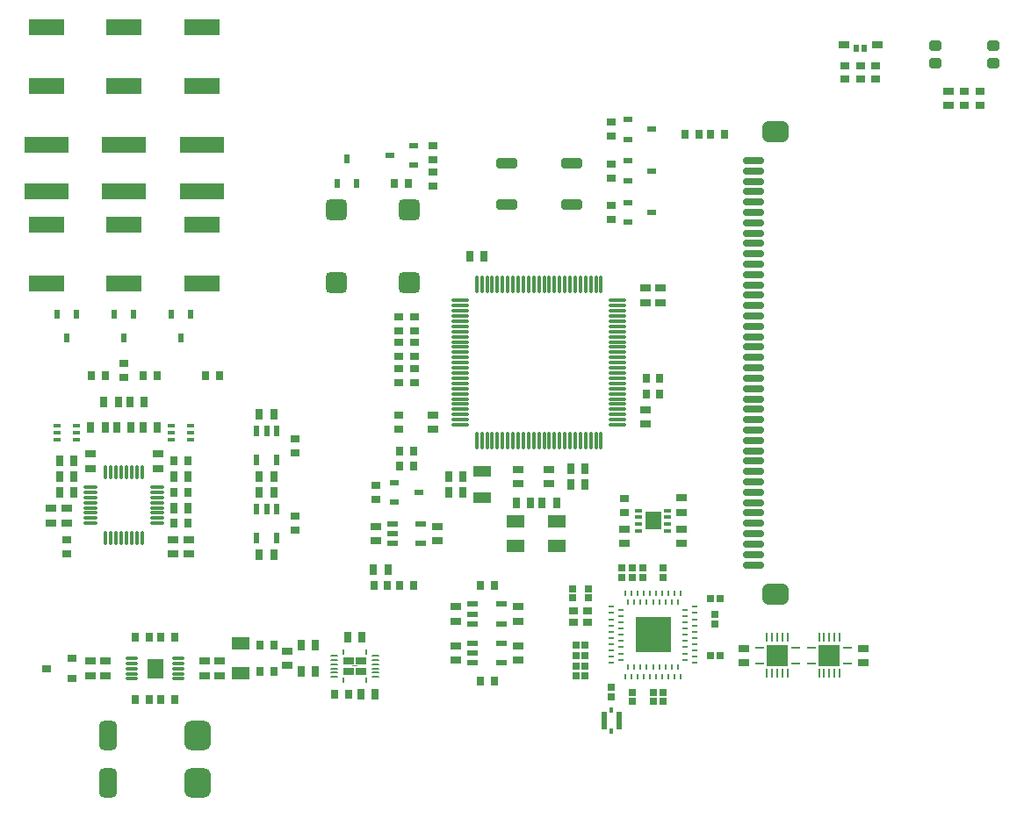
<source format=gtp>
G04 Layer_Color=8421504*
%FSLAX25Y25*%
%MOIN*%
G70*
G01*
G75*
%ADD11R,0.03150X0.01575*%
G04:AMPARAMS|DCode=12|XSize=110.24mil|YSize=66.93mil|CornerRadius=16.73mil|HoleSize=0mil|Usage=FLASHONLY|Rotation=90.000|XOffset=0mil|YOffset=0mil|HoleType=Round|Shape=RoundedRectangle|*
%AMROUNDEDRECTD12*
21,1,0.11024,0.03347,0,0,90.0*
21,1,0.07677,0.06693,0,0,90.0*
1,1,0.03346,0.01673,0.03839*
1,1,0.03346,0.01673,-0.03839*
1,1,0.03346,-0.01673,-0.03839*
1,1,0.03346,-0.01673,0.03839*
%
%ADD12ROUNDEDRECTD12*%
G04:AMPARAMS|DCode=13|XSize=110.24mil|YSize=102.36mil|CornerRadius=25.59mil|HoleSize=0mil|Usage=FLASHONLY|Rotation=90.000|XOffset=0mil|YOffset=0mil|HoleType=Round|Shape=RoundedRectangle|*
%AMROUNDEDRECTD13*
21,1,0.11024,0.05118,0,0,90.0*
21,1,0.05906,0.10236,0,0,90.0*
1,1,0.05118,0.02559,0.02953*
1,1,0.05118,0.02559,-0.02953*
1,1,0.05118,-0.02559,-0.02953*
1,1,0.05118,-0.02559,0.02953*
%
%ADD13ROUNDEDRECTD13*%
%ADD14R,0.13386X0.06496*%
%ADD15R,0.16535X0.05906*%
%ADD16R,0.02362X0.03543*%
%ADD20R,0.07087X0.04724*%
%ADD21O,0.03543X0.00984*%
%ADD22O,0.00984X0.03543*%
%ADD23R,0.08071X0.08071*%
%ADD24R,0.03937X0.02835*%
%ADD25R,0.02835X0.03937*%
%ADD26O,0.02559X0.00787*%
%ADD27O,0.00787X0.02559*%
%ADD28R,0.13386X0.13386*%
%ADD29R,0.06181X0.07402*%
%ADD30O,0.05315X0.01181*%
%ADD33R,0.02520X0.02520*%
%ADD34R,0.03347X0.02953*%
%ADD35R,0.02520X0.02520*%
%ADD36R,0.02362X0.06890*%
%ADD37R,0.01575X0.02362*%
%ADD38R,0.03740X0.02559*%
G04:AMPARAMS|DCode=39|XSize=47.24mil|YSize=39.37mil|CornerRadius=9.84mil|HoleSize=0mil|Usage=FLASHONLY|Rotation=180.000|XOffset=0mil|YOffset=0mil|HoleType=Round|Shape=RoundedRectangle|*
%AMROUNDEDRECTD39*
21,1,0.04724,0.01969,0,0,180.0*
21,1,0.02756,0.03937,0,0,180.0*
1,1,0.01969,-0.01378,0.00984*
1,1,0.01969,0.01378,0.00984*
1,1,0.01969,0.01378,-0.00984*
1,1,0.01969,-0.01378,-0.00984*
%
%ADD39ROUNDEDRECTD39*%
%ADD41R,0.07087X0.03937*%
%ADD42R,0.05906X0.06890*%
%ADD43R,0.03937X0.02362*%
%ADD44O,0.01181X0.05512*%
%ADD45O,0.05512X0.01181*%
G04:AMPARAMS|DCode=46|XSize=78.74mil|YSize=39.37mil|CornerRadius=9.84mil|HoleSize=0mil|Usage=FLASHONLY|Rotation=180.000|XOffset=0mil|YOffset=0mil|HoleType=Round|Shape=RoundedRectangle|*
%AMROUNDEDRECTD46*
21,1,0.07874,0.01969,0,0,180.0*
21,1,0.05906,0.03937,0,0,180.0*
1,1,0.01969,-0.02953,0.00984*
1,1,0.01969,0.02953,0.00984*
1,1,0.01969,0.02953,-0.00984*
1,1,0.01969,-0.02953,-0.00984*
%
%ADD46ROUNDEDRECTD46*%
%ADD47R,0.07087X0.04921*%
%ADD48R,0.03543X0.02362*%
%ADD49R,0.03740X0.02559*%
G04:AMPARAMS|DCode=50|XSize=78.74mil|YSize=98.43mil|CornerRadius=19.69mil|HoleSize=0mil|Usage=FLASHONLY|Rotation=270.000|XOffset=0mil|YOffset=0mil|HoleType=Round|Shape=RoundedRectangle|*
%AMROUNDEDRECTD50*
21,1,0.07874,0.05906,0,0,270.0*
21,1,0.03937,0.09843,0,0,270.0*
1,1,0.03937,-0.02953,-0.01969*
1,1,0.03937,-0.02953,0.01969*
1,1,0.03937,0.02953,0.01969*
1,1,0.03937,0.02953,-0.01969*
%
%ADD50ROUNDEDRECTD50*%
G04:AMPARAMS|DCode=51|XSize=23.62mil|YSize=78.74mil|CornerRadius=5.91mil|HoleSize=0mil|Usage=FLASHONLY|Rotation=270.000|XOffset=0mil|YOffset=0mil|HoleType=Round|Shape=RoundedRectangle|*
%AMROUNDEDRECTD51*
21,1,0.02362,0.06693,0,0,270.0*
21,1,0.01181,0.07874,0,0,270.0*
1,1,0.01181,-0.03347,-0.00591*
1,1,0.01181,-0.03347,0.00591*
1,1,0.01181,0.03347,0.00591*
1,1,0.01181,0.03347,-0.00591*
%
%ADD51ROUNDEDRECTD51*%
%ADD52R,0.01969X0.02559*%
%ADD53R,0.03937X0.03150*%
%ADD54R,0.02559X0.03740*%
%ADD55R,0.02362X0.03937*%
%ADD56O,0.07087X0.01181*%
%ADD57O,0.01181X0.07087*%
%ADD58R,0.02362X0.03740*%
%ADD74C,0.00787*%
%ADD76R,0.00984X0.02067*%
%ADD77R,0.03937X0.03150*%
%ADD78R,0.01969X0.00000*%
G04:AMPARAMS|DCode=79|XSize=78.74mil|YSize=78.74mil|CornerRadius=14.76mil|HoleSize=0mil|Usage=FLASHONLY|Rotation=90.000|XOffset=0mil|YOffset=0mil|HoleType=Round|Shape=RoundedRectangle|*
%AMROUNDEDRECTD79*
21,1,0.07874,0.04921,0,0,90.0*
21,1,0.04921,0.07874,0,0,90.0*
1,1,0.02953,0.02461,0.02461*
1,1,0.02953,0.02461,-0.02461*
1,1,0.02953,-0.02461,-0.02461*
1,1,0.02953,-0.02461,0.02461*
%
%ADD79ROUNDEDRECTD79*%
D11*
X-155709Y-5512D02*
D03*
Y-2953D02*
D03*
Y-394D02*
D03*
X-163189D02*
D03*
Y-2953D02*
D03*
Y-5512D02*
D03*
X57520Y-32579D02*
D03*
Y-35138D02*
D03*
Y-37697D02*
D03*
Y-40256D02*
D03*
X68465Y-32579D02*
D03*
Y-35138D02*
D03*
Y-37697D02*
D03*
Y-40256D02*
D03*
X-119882Y-2953D02*
D03*
Y-394D02*
D03*
Y-5512D02*
D03*
X-112402D02*
D03*
Y-394D02*
D03*
Y-2953D02*
D03*
D12*
X-143898Y-135827D02*
D03*
Y-118110D02*
D03*
D13*
X-109842Y-135827D02*
D03*
Y-118110D02*
D03*
D14*
X-137795Y128642D02*
D03*
Y150886D02*
D03*
X-108268Y128642D02*
D03*
Y150886D02*
D03*
X-167323Y128642D02*
D03*
Y150886D02*
D03*
X-108268Y53838D02*
D03*
Y76083D02*
D03*
X-137795Y53838D02*
D03*
Y76083D02*
D03*
X-167323Y53838D02*
D03*
Y76083D02*
D03*
D15*
X-108268Y106299D02*
D03*
Y88583D02*
D03*
X-137795Y106299D02*
D03*
Y88583D02*
D03*
X-167323Y106299D02*
D03*
Y88583D02*
D03*
D16*
X-163189Y41929D02*
D03*
X-155709D02*
D03*
X-159449Y32874D02*
D03*
X-119882Y41929D02*
D03*
X-112402D02*
D03*
X-116142Y32874D02*
D03*
X-141535Y41929D02*
D03*
X-134055D02*
D03*
X-137795Y32874D02*
D03*
D20*
X26575Y-46063D02*
D03*
X10827D02*
D03*
Y-36614D02*
D03*
X26575D02*
D03*
D21*
X103445Y-84646D02*
D03*
Y-90551D02*
D03*
X117028D02*
D03*
Y-84646D02*
D03*
X136713Y-90551D02*
D03*
Y-84646D02*
D03*
X123130D02*
D03*
Y-90551D02*
D03*
D22*
X106299Y-94390D02*
D03*
X108268D02*
D03*
X110236D02*
D03*
X112205D02*
D03*
X114173D02*
D03*
Y-80807D02*
D03*
X112205D02*
D03*
X110236D02*
D03*
X108268D02*
D03*
X106299D02*
D03*
X133858D02*
D03*
X131890D02*
D03*
X129921D02*
D03*
X127953D02*
D03*
X125984D02*
D03*
Y-94390D02*
D03*
X127953D02*
D03*
X129921D02*
D03*
X131890D02*
D03*
X133858D02*
D03*
D23*
X110236Y-87598D02*
D03*
X129921D02*
D03*
D24*
X-101378Y-89803D02*
D03*
Y-95236D02*
D03*
X-11811Y-83898D02*
D03*
Y-89331D02*
D03*
Y-69134D02*
D03*
Y-74567D02*
D03*
X97441Y-84882D02*
D03*
Y-90315D02*
D03*
X142717Y-90315D02*
D03*
Y-84882D02*
D03*
X-113189Y-43543D02*
D03*
Y-48976D02*
D03*
X-119095Y-43543D02*
D03*
Y-48976D02*
D03*
X-75787Y-85866D02*
D03*
Y-91299D02*
D03*
X-150591Y-95236D02*
D03*
Y-89803D02*
D03*
X-144685Y-95236D02*
D03*
Y-89803D02*
D03*
X-107283Y-95236D02*
D03*
Y-89803D02*
D03*
X23622Y-22401D02*
D03*
Y-16969D02*
D03*
X60040Y46496D02*
D03*
Y51929D02*
D03*
X65945Y46496D02*
D03*
Y51929D02*
D03*
X-20669Y3701D02*
D03*
Y-1732D02*
D03*
X60040Y236D02*
D03*
Y5669D02*
D03*
X11811Y-16969D02*
D03*
Y-22402D02*
D03*
X175197Y126732D02*
D03*
Y121299D02*
D03*
X11811Y-89331D02*
D03*
Y-83898D02*
D03*
Y-74567D02*
D03*
Y-69134D02*
D03*
X52165Y-45039D02*
D03*
Y-39606D02*
D03*
X73819Y-27795D02*
D03*
Y-33228D02*
D03*
Y-45039D02*
D03*
Y-39606D02*
D03*
X-42323Y-44055D02*
D03*
Y-38622D02*
D03*
X-18701Y-44055D02*
D03*
Y-38622D02*
D03*
X-165354Y-37165D02*
D03*
Y-31732D02*
D03*
X-150591Y-16496D02*
D03*
Y-11063D02*
D03*
X-125000Y-16496D02*
D03*
Y-11063D02*
D03*
X-159449Y-37165D02*
D03*
Y-31732D02*
D03*
D25*
X-156732Y-13780D02*
D03*
X-162165D02*
D03*
X-156732Y-19685D02*
D03*
X-162165D02*
D03*
X-156732Y-25591D02*
D03*
X-162165D02*
D03*
X-135591Y8858D02*
D03*
X-130158D02*
D03*
X-1220Y63976D02*
D03*
X-6654D02*
D03*
X-70630Y-83662D02*
D03*
X-65197D02*
D03*
X-47992Y-102362D02*
D03*
X-42559D02*
D03*
X-65197Y-93504D02*
D03*
X-70630D02*
D03*
X-52913Y-80709D02*
D03*
X-47480D02*
D03*
X26339Y-29528D02*
D03*
X20906D02*
D03*
X11063Y-29528D02*
D03*
X16496D02*
D03*
X-14527Y-19685D02*
D03*
X-9094D02*
D03*
X-14527Y-25591D02*
D03*
X-9094D02*
D03*
X31732Y-22638D02*
D03*
X37165D02*
D03*
X-145433Y8858D02*
D03*
X-140000D02*
D03*
X-135079Y-984D02*
D03*
X-140512D02*
D03*
X-130669Y-984D02*
D03*
X-125236D02*
D03*
X-144921Y-984D02*
D03*
X-150355D02*
D03*
X-80945Y3937D02*
D03*
X-86378D02*
D03*
X-80945Y-19685D02*
D03*
X-86378D02*
D03*
X-80945Y-49213D02*
D03*
X-86378D02*
D03*
X-118858Y-19685D02*
D03*
X-113425D02*
D03*
X-80945Y-25591D02*
D03*
X-86378D02*
D03*
X-118858Y-31496D02*
D03*
X-113425D02*
D03*
X-37638Y-55118D02*
D03*
X-43071D02*
D03*
X31732Y-16732D02*
D03*
X37165D02*
D03*
D26*
X78839Y-69095D02*
D03*
Y-71457D02*
D03*
Y-73819D02*
D03*
Y-76181D02*
D03*
Y-78543D02*
D03*
Y-80905D02*
D03*
Y-83268D02*
D03*
Y-85630D02*
D03*
Y-87992D02*
D03*
Y-90354D02*
D03*
X47146D02*
D03*
Y-87992D02*
D03*
Y-85630D02*
D03*
Y-83268D02*
D03*
Y-80905D02*
D03*
Y-78543D02*
D03*
Y-76181D02*
D03*
Y-73819D02*
D03*
Y-71457D02*
D03*
Y-69095D02*
D03*
X75295Y-70276D02*
D03*
Y-72638D02*
D03*
Y-75000D02*
D03*
Y-77362D02*
D03*
Y-79724D02*
D03*
Y-82087D02*
D03*
Y-84449D02*
D03*
Y-86811D02*
D03*
Y-89173D02*
D03*
X50689D02*
D03*
Y-86811D02*
D03*
Y-84449D02*
D03*
Y-82087D02*
D03*
Y-79724D02*
D03*
Y-77362D02*
D03*
Y-75000D02*
D03*
Y-72638D02*
D03*
Y-70276D02*
D03*
D27*
X73622Y-95571D02*
D03*
X71260D02*
D03*
X68898D02*
D03*
X66535D02*
D03*
X64173D02*
D03*
X61811D02*
D03*
X59449D02*
D03*
X57087D02*
D03*
X54724D02*
D03*
X52362D02*
D03*
Y-63878D02*
D03*
X54724D02*
D03*
X57087D02*
D03*
X59449D02*
D03*
X61811D02*
D03*
X64173D02*
D03*
X66535D02*
D03*
X68898D02*
D03*
X71260D02*
D03*
X73622D02*
D03*
X72441Y-92027D02*
D03*
X70079D02*
D03*
X67716D02*
D03*
X65354D02*
D03*
X62992D02*
D03*
X60630D02*
D03*
X58268D02*
D03*
X55905D02*
D03*
X53543D02*
D03*
Y-67421D02*
D03*
X55905D02*
D03*
X58268D02*
D03*
X60630D02*
D03*
X62992D02*
D03*
X65354D02*
D03*
X67716D02*
D03*
X70079D02*
D03*
X72441D02*
D03*
D28*
X62992Y-79724D02*
D03*
D29*
X-125984Y-92520D02*
D03*
D30*
X-117224Y-96457D02*
D03*
Y-94488D02*
D03*
Y-92520D02*
D03*
Y-90551D02*
D03*
Y-88583D02*
D03*
X-134744Y-96457D02*
D03*
Y-94488D02*
D03*
Y-92520D02*
D03*
Y-90551D02*
D03*
Y-88583D02*
D03*
D33*
X38386Y-65748D02*
D03*
Y-62205D02*
D03*
X32480D02*
D03*
Y-65748D02*
D03*
X47244Y-103149D02*
D03*
Y-99606D02*
D03*
X55118Y-105118D02*
D03*
Y-101575D02*
D03*
X62992Y-105118D02*
D03*
Y-101575D02*
D03*
X66929Y-105118D02*
D03*
Y-101575D02*
D03*
X86614Y-75591D02*
D03*
Y-72047D02*
D03*
X66929Y-57874D02*
D03*
Y-54331D02*
D03*
X59055Y-57874D02*
D03*
Y-54331D02*
D03*
X55118Y-57874D02*
D03*
Y-54331D02*
D03*
X51181Y-57874D02*
D03*
Y-54331D02*
D03*
D34*
X32776Y-70768D02*
D03*
X38091D02*
D03*
X32776Y-74902D02*
D03*
X38091D02*
D03*
D35*
X33661Y-83661D02*
D03*
X37205D02*
D03*
X33661Y-87598D02*
D03*
X37205D02*
D03*
X33661Y-91535D02*
D03*
X37205D02*
D03*
X33661Y-95472D02*
D03*
X37205D02*
D03*
X84842Y-65945D02*
D03*
X88386D02*
D03*
X84842Y-87598D02*
D03*
X88386D02*
D03*
D36*
X44488Y-112205D02*
D03*
X50000D02*
D03*
D37*
X47244Y-116142D02*
D03*
Y-108268D02*
D03*
D38*
X52165Y-33169D02*
D03*
Y-27854D02*
D03*
X-27559Y25886D02*
D03*
Y31201D02*
D03*
X-33465Y25886D02*
D03*
Y31201D02*
D03*
X-33465Y35728D02*
D03*
Y41043D02*
D03*
X-27559Y35728D02*
D03*
Y41043D02*
D03*
X-33465Y3642D02*
D03*
Y-1673D02*
D03*
X141732Y131201D02*
D03*
Y136516D02*
D03*
X135827D02*
D03*
Y131201D02*
D03*
X-27559Y16043D02*
D03*
Y21358D02*
D03*
X-33465D02*
D03*
Y16043D02*
D03*
X187008Y121358D02*
D03*
Y126673D02*
D03*
X181102Y126673D02*
D03*
Y121358D02*
D03*
X147638Y131201D02*
D03*
Y136516D02*
D03*
X-20669Y106004D02*
D03*
Y100689D02*
D03*
X-137795Y18012D02*
D03*
Y23327D02*
D03*
X-159449Y-48917D02*
D03*
Y-43602D02*
D03*
X-72835Y-40059D02*
D03*
Y-34744D02*
D03*
Y-10531D02*
D03*
Y-5217D02*
D03*
X-42323Y-28248D02*
D03*
Y-22933D02*
D03*
X47244Y83366D02*
D03*
Y78051D02*
D03*
Y99114D02*
D03*
Y93799D02*
D03*
Y114862D02*
D03*
Y109547D02*
D03*
X-20669Y96161D02*
D03*
Y90846D02*
D03*
D39*
X170079Y137402D02*
D03*
Y144095D02*
D03*
X192126Y137402D02*
D03*
Y144095D02*
D03*
D41*
X-1968Y-27559D02*
D03*
Y-17717D02*
D03*
D42*
X62992Y-36417D02*
D03*
D43*
X-25098Y-37598D02*
D03*
Y-45079D02*
D03*
X-35925D02*
D03*
Y-41339D02*
D03*
Y-37598D02*
D03*
X5413Y-82874D02*
D03*
Y-90354D02*
D03*
X-5413D02*
D03*
Y-86614D02*
D03*
Y-82874D02*
D03*
X5413Y-68110D02*
D03*
Y-75590D02*
D03*
X-5413D02*
D03*
Y-71850D02*
D03*
Y-68110D02*
D03*
D44*
X-144685Y-43110D02*
D03*
Y-17913D02*
D03*
X-140748D02*
D03*
X-142717D02*
D03*
X-130906Y-43110D02*
D03*
X-132874D02*
D03*
X-138780Y-17913D02*
D03*
X-136811D02*
D03*
X-134843D02*
D03*
X-130906D02*
D03*
X-132874D02*
D03*
X-140748Y-43110D02*
D03*
X-142717D02*
D03*
X-138780D02*
D03*
X-136811D02*
D03*
X-134843D02*
D03*
D45*
X-150394Y-29528D02*
D03*
Y-33465D02*
D03*
Y-31496D02*
D03*
Y-23622D02*
D03*
Y-27559D02*
D03*
Y-25591D02*
D03*
X-125197Y-33465D02*
D03*
Y-37402D02*
D03*
Y-35433D02*
D03*
Y-27559D02*
D03*
Y-31496D02*
D03*
Y-29528D02*
D03*
Y-25591D02*
D03*
Y-23622D02*
D03*
X-150394Y-37402D02*
D03*
Y-35433D02*
D03*
D46*
X31988Y83662D02*
D03*
X7383D02*
D03*
X7383Y99410D02*
D03*
X31988D02*
D03*
D47*
X-93504Y-82972D02*
D03*
Y-94193D02*
D03*
D48*
X-37008Y102362D02*
D03*
X-27953Y106102D02*
D03*
Y98622D02*
D03*
X62599Y96457D02*
D03*
X53544Y92717D02*
D03*
Y100197D02*
D03*
X62598Y112205D02*
D03*
X53543Y108464D02*
D03*
Y115945D02*
D03*
X62598Y80709D02*
D03*
X53543Y76968D02*
D03*
Y84449D02*
D03*
X-25984Y-25591D02*
D03*
X-35039Y-29331D02*
D03*
Y-21850D02*
D03*
D49*
X-157539Y-96260D02*
D03*
Y-88779D02*
D03*
X-167264Y-92520D02*
D03*
D50*
X109646Y111417D02*
D03*
Y-64173D02*
D03*
D51*
X101181Y-53150D02*
D03*
Y-49213D02*
D03*
Y-45276D02*
D03*
Y-41339D02*
D03*
Y-37402D02*
D03*
Y-33465D02*
D03*
Y-29528D02*
D03*
Y-25591D02*
D03*
Y-21654D02*
D03*
Y-17717D02*
D03*
Y-13780D02*
D03*
Y-9843D02*
D03*
Y-5906D02*
D03*
Y-1969D02*
D03*
Y1969D02*
D03*
Y5906D02*
D03*
Y9843D02*
D03*
Y13780D02*
D03*
Y17717D02*
D03*
Y21654D02*
D03*
Y25591D02*
D03*
Y29528D02*
D03*
Y33465D02*
D03*
Y37402D02*
D03*
Y41339D02*
D03*
Y45276D02*
D03*
Y49213D02*
D03*
Y53150D02*
D03*
Y57087D02*
D03*
Y61024D02*
D03*
Y64961D02*
D03*
Y68898D02*
D03*
Y72835D02*
D03*
Y76772D02*
D03*
Y80709D02*
D03*
Y84646D02*
D03*
Y88583D02*
D03*
Y92520D02*
D03*
Y96457D02*
D03*
Y100394D02*
D03*
D52*
X143307Y143012D02*
D03*
X140158D02*
D03*
D53*
X135433Y144291D02*
D03*
X148032D02*
D03*
D54*
X2658Y-97441D02*
D03*
X-2657D02*
D03*
X2658Y-61024D02*
D03*
X-2657D02*
D03*
X65650Y17717D02*
D03*
X60335D02*
D03*
X-52461Y-102362D02*
D03*
X-57775D02*
D03*
X-128248Y-80709D02*
D03*
X-133563D02*
D03*
X-123720Y-104331D02*
D03*
X-118405D02*
D03*
X-128248D02*
D03*
X-133563D02*
D03*
X-123720Y-80709D02*
D03*
X-118405D02*
D03*
X-86319Y-83662D02*
D03*
X-81004D02*
D03*
X-86319Y-93504D02*
D03*
X-81004D02*
D03*
X65650Y11811D02*
D03*
X60335D02*
D03*
X80413Y110236D02*
D03*
X75098D02*
D03*
X-29823Y91536D02*
D03*
X-35138D02*
D03*
X90256Y110236D02*
D03*
X84941D02*
D03*
X-27854Y-15748D02*
D03*
X-33169D02*
D03*
X-33169Y-9843D02*
D03*
X-27854D02*
D03*
X-144980Y18701D02*
D03*
X-150295D02*
D03*
X-130610Y18701D02*
D03*
X-125295D02*
D03*
X-113484Y-13780D02*
D03*
X-118799D02*
D03*
X-118799Y-37402D02*
D03*
X-113484D02*
D03*
X-33169Y-61024D02*
D03*
X-27854D02*
D03*
X-43012Y-61024D02*
D03*
X-37697D02*
D03*
X-106988Y18701D02*
D03*
X-101673D02*
D03*
X-118799Y-25591D02*
D03*
X-113484D02*
D03*
D55*
X-83661Y-31988D02*
D03*
X-79921D02*
D03*
X-87401D02*
D03*
X-79921Y-42815D02*
D03*
X-87401D02*
D03*
X-83661Y-2461D02*
D03*
X-79921D02*
D03*
X-87402D02*
D03*
X-79921Y-13287D02*
D03*
X-87402D02*
D03*
D56*
X-10039Y0D02*
D03*
Y5906D02*
D03*
Y1969D02*
D03*
Y3937D02*
D03*
Y11811D02*
D03*
Y9843D02*
D03*
Y13780D02*
D03*
Y7874D02*
D03*
Y23622D02*
D03*
Y27559D02*
D03*
Y25591D02*
D03*
Y17717D02*
D03*
Y15748D02*
D03*
Y21654D02*
D03*
Y19685D02*
D03*
Y39370D02*
D03*
Y37402D02*
D03*
Y43307D02*
D03*
Y41339D02*
D03*
Y31496D02*
D03*
Y29528D02*
D03*
Y35433D02*
D03*
Y33465D02*
D03*
Y45276D02*
D03*
Y47244D02*
D03*
X49409Y7874D02*
D03*
Y11811D02*
D03*
Y9843D02*
D03*
Y1969D02*
D03*
Y0D02*
D03*
Y5906D02*
D03*
Y3937D02*
D03*
Y13780D02*
D03*
Y17717D02*
D03*
Y15748D02*
D03*
Y21654D02*
D03*
Y19685D02*
D03*
Y31496D02*
D03*
Y35433D02*
D03*
Y33465D02*
D03*
Y25591D02*
D03*
Y23622D02*
D03*
Y29528D02*
D03*
Y27559D02*
D03*
Y41339D02*
D03*
Y39370D02*
D03*
Y43307D02*
D03*
Y37402D02*
D03*
Y47244D02*
D03*
Y45276D02*
D03*
D57*
X-3937Y-6102D02*
D03*
X-1968D02*
D03*
X5906D02*
D03*
X7874D02*
D03*
X0D02*
D03*
X3937D02*
D03*
X1969D02*
D03*
X13780D02*
D03*
X15748D02*
D03*
X9843D02*
D03*
X11811D02*
D03*
X-3937Y53347D02*
D03*
X0D02*
D03*
X1969D02*
D03*
X3937D02*
D03*
X5906D02*
D03*
X-1968D02*
D03*
X11811D02*
D03*
X13780D02*
D03*
X7874D02*
D03*
X9843D02*
D03*
X35433Y-6102D02*
D03*
X31496D02*
D03*
X33465D02*
D03*
X41339D02*
D03*
X43307D02*
D03*
X37402D02*
D03*
X39370D02*
D03*
X21654D02*
D03*
X17717D02*
D03*
X19685D02*
D03*
X27559D02*
D03*
X29528D02*
D03*
X23622D02*
D03*
X25591D02*
D03*
X15748Y53347D02*
D03*
X17717D02*
D03*
X19685D02*
D03*
X21654D02*
D03*
X23622D02*
D03*
X29528D02*
D03*
X31496D02*
D03*
X25591D02*
D03*
X27559D02*
D03*
X37402D02*
D03*
X39370D02*
D03*
X33465D02*
D03*
X35433D02*
D03*
X41339D02*
D03*
X43307D02*
D03*
D58*
X-53150Y101083D02*
D03*
X-49409Y91831D02*
D03*
X-56890D02*
D03*
D74*
X-59153Y-87795D02*
X-56791D01*
X-59153Y-89370D02*
X-56791D01*
X-59153Y-90945D02*
X-56791D01*
X-59153Y-92520D02*
X-56791D01*
X-59153Y-94095D02*
X-56791D01*
X-59153Y-95669D02*
X-56791D01*
X-43602Y-87795D02*
X-41240D01*
X-43602Y-89370D02*
X-41240D01*
X-43602Y-90945D02*
X-41240D01*
X-43602Y-92520D02*
X-41240D01*
X-43602Y-94095D02*
X-41240D01*
X-43602Y-95669D02*
X-41240D01*
D76*
X-54527Y-97096D02*
D03*
Y-86368D02*
D03*
X-45866D02*
D03*
Y-97096D02*
D03*
D77*
X-47835Y-89764D02*
D03*
X-52559D02*
D03*
Y-93701D02*
D03*
X-47835D02*
D03*
D78*
X-50197Y-91732D02*
D03*
D79*
X-29528Y81693D02*
D03*
X-57087D02*
D03*
X-29528Y54134D02*
D03*
X-57087D02*
D03*
M02*

</source>
